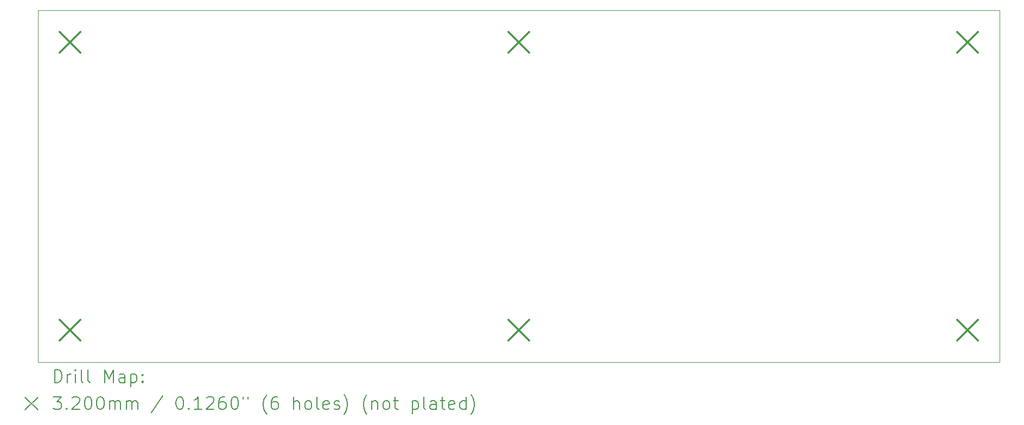
<source format=gbr>
%TF.GenerationSoftware,KiCad,Pcbnew,8.0.0*%
%TF.CreationDate,2024-04-03T18:38:57+02:00*%
%TF.ProjectId,zf-filter,7a662d66-696c-4746-9572-2e6b69636164,1.0*%
%TF.SameCoordinates,Original*%
%TF.FileFunction,Drillmap*%
%TF.FilePolarity,Positive*%
%FSLAX45Y45*%
G04 Gerber Fmt 4.5, Leading zero omitted, Abs format (unit mm)*
G04 Created by KiCad (PCBNEW 8.0.0) date 2024-04-03 18:38:57*
%MOMM*%
%LPD*%
G01*
G04 APERTURE LIST*
%ADD10C,0.050000*%
%ADD11C,0.200000*%
%ADD12C,0.320000*%
G04 APERTURE END LIST*
D10*
X7500000Y-8000000D02*
X22500000Y-8000000D01*
X22500000Y-13500000D01*
X7500000Y-13500000D01*
X7500000Y-8000000D01*
D11*
D12*
X7840000Y-8340000D02*
X8160000Y-8660000D01*
X8160000Y-8340000D02*
X7840000Y-8660000D01*
X7840000Y-12840000D02*
X8160000Y-13160000D01*
X8160000Y-12840000D02*
X7840000Y-13160000D01*
X14840000Y-8340000D02*
X15160000Y-8660000D01*
X15160000Y-8340000D02*
X14840000Y-8660000D01*
X14840000Y-12840000D02*
X15160000Y-13160000D01*
X15160000Y-12840000D02*
X14840000Y-13160000D01*
X21840000Y-8340000D02*
X22160000Y-8660000D01*
X22160000Y-8340000D02*
X21840000Y-8660000D01*
X21840000Y-12840000D02*
X22160000Y-13160000D01*
X22160000Y-12840000D02*
X21840000Y-13160000D01*
D11*
X7758277Y-13813984D02*
X7758277Y-13613984D01*
X7758277Y-13613984D02*
X7805896Y-13613984D01*
X7805896Y-13613984D02*
X7834467Y-13623508D01*
X7834467Y-13623508D02*
X7853515Y-13642555D01*
X7853515Y-13642555D02*
X7863039Y-13661603D01*
X7863039Y-13661603D02*
X7872562Y-13699698D01*
X7872562Y-13699698D02*
X7872562Y-13728269D01*
X7872562Y-13728269D02*
X7863039Y-13766365D01*
X7863039Y-13766365D02*
X7853515Y-13785412D01*
X7853515Y-13785412D02*
X7834467Y-13804460D01*
X7834467Y-13804460D02*
X7805896Y-13813984D01*
X7805896Y-13813984D02*
X7758277Y-13813984D01*
X7958277Y-13813984D02*
X7958277Y-13680650D01*
X7958277Y-13718746D02*
X7967801Y-13699698D01*
X7967801Y-13699698D02*
X7977324Y-13690174D01*
X7977324Y-13690174D02*
X7996372Y-13680650D01*
X7996372Y-13680650D02*
X8015420Y-13680650D01*
X8082086Y-13813984D02*
X8082086Y-13680650D01*
X8082086Y-13613984D02*
X8072562Y-13623508D01*
X8072562Y-13623508D02*
X8082086Y-13633031D01*
X8082086Y-13633031D02*
X8091610Y-13623508D01*
X8091610Y-13623508D02*
X8082086Y-13613984D01*
X8082086Y-13613984D02*
X8082086Y-13633031D01*
X8205896Y-13813984D02*
X8186848Y-13804460D01*
X8186848Y-13804460D02*
X8177324Y-13785412D01*
X8177324Y-13785412D02*
X8177324Y-13613984D01*
X8310658Y-13813984D02*
X8291610Y-13804460D01*
X8291610Y-13804460D02*
X8282086Y-13785412D01*
X8282086Y-13785412D02*
X8282086Y-13613984D01*
X8539229Y-13813984D02*
X8539229Y-13613984D01*
X8539229Y-13613984D02*
X8605896Y-13756841D01*
X8605896Y-13756841D02*
X8672563Y-13613984D01*
X8672563Y-13613984D02*
X8672563Y-13813984D01*
X8853515Y-13813984D02*
X8853515Y-13709222D01*
X8853515Y-13709222D02*
X8843991Y-13690174D01*
X8843991Y-13690174D02*
X8824944Y-13680650D01*
X8824944Y-13680650D02*
X8786848Y-13680650D01*
X8786848Y-13680650D02*
X8767801Y-13690174D01*
X8853515Y-13804460D02*
X8834467Y-13813984D01*
X8834467Y-13813984D02*
X8786848Y-13813984D01*
X8786848Y-13813984D02*
X8767801Y-13804460D01*
X8767801Y-13804460D02*
X8758277Y-13785412D01*
X8758277Y-13785412D02*
X8758277Y-13766365D01*
X8758277Y-13766365D02*
X8767801Y-13747317D01*
X8767801Y-13747317D02*
X8786848Y-13737793D01*
X8786848Y-13737793D02*
X8834467Y-13737793D01*
X8834467Y-13737793D02*
X8853515Y-13728269D01*
X8948753Y-13680650D02*
X8948753Y-13880650D01*
X8948753Y-13690174D02*
X8967801Y-13680650D01*
X8967801Y-13680650D02*
X9005896Y-13680650D01*
X9005896Y-13680650D02*
X9024944Y-13690174D01*
X9024944Y-13690174D02*
X9034467Y-13699698D01*
X9034467Y-13699698D02*
X9043991Y-13718746D01*
X9043991Y-13718746D02*
X9043991Y-13775888D01*
X9043991Y-13775888D02*
X9034467Y-13794936D01*
X9034467Y-13794936D02*
X9024944Y-13804460D01*
X9024944Y-13804460D02*
X9005896Y-13813984D01*
X9005896Y-13813984D02*
X8967801Y-13813984D01*
X8967801Y-13813984D02*
X8948753Y-13804460D01*
X9129705Y-13794936D02*
X9139229Y-13804460D01*
X9139229Y-13804460D02*
X9129705Y-13813984D01*
X9129705Y-13813984D02*
X9120182Y-13804460D01*
X9120182Y-13804460D02*
X9129705Y-13794936D01*
X9129705Y-13794936D02*
X9129705Y-13813984D01*
X9129705Y-13690174D02*
X9139229Y-13699698D01*
X9139229Y-13699698D02*
X9129705Y-13709222D01*
X9129705Y-13709222D02*
X9120182Y-13699698D01*
X9120182Y-13699698D02*
X9129705Y-13690174D01*
X9129705Y-13690174D02*
X9129705Y-13709222D01*
X7297500Y-14042500D02*
X7497500Y-14242500D01*
X7497500Y-14042500D02*
X7297500Y-14242500D01*
X7739229Y-14033984D02*
X7863039Y-14033984D01*
X7863039Y-14033984D02*
X7796372Y-14110174D01*
X7796372Y-14110174D02*
X7824943Y-14110174D01*
X7824943Y-14110174D02*
X7843991Y-14119698D01*
X7843991Y-14119698D02*
X7853515Y-14129222D01*
X7853515Y-14129222D02*
X7863039Y-14148269D01*
X7863039Y-14148269D02*
X7863039Y-14195888D01*
X7863039Y-14195888D02*
X7853515Y-14214936D01*
X7853515Y-14214936D02*
X7843991Y-14224460D01*
X7843991Y-14224460D02*
X7824943Y-14233984D01*
X7824943Y-14233984D02*
X7767801Y-14233984D01*
X7767801Y-14233984D02*
X7748753Y-14224460D01*
X7748753Y-14224460D02*
X7739229Y-14214936D01*
X7948753Y-14214936D02*
X7958277Y-14224460D01*
X7958277Y-14224460D02*
X7948753Y-14233984D01*
X7948753Y-14233984D02*
X7939229Y-14224460D01*
X7939229Y-14224460D02*
X7948753Y-14214936D01*
X7948753Y-14214936D02*
X7948753Y-14233984D01*
X8034467Y-14053031D02*
X8043991Y-14043508D01*
X8043991Y-14043508D02*
X8063039Y-14033984D01*
X8063039Y-14033984D02*
X8110658Y-14033984D01*
X8110658Y-14033984D02*
X8129705Y-14043508D01*
X8129705Y-14043508D02*
X8139229Y-14053031D01*
X8139229Y-14053031D02*
X8148753Y-14072079D01*
X8148753Y-14072079D02*
X8148753Y-14091127D01*
X8148753Y-14091127D02*
X8139229Y-14119698D01*
X8139229Y-14119698D02*
X8024943Y-14233984D01*
X8024943Y-14233984D02*
X8148753Y-14233984D01*
X8272562Y-14033984D02*
X8291610Y-14033984D01*
X8291610Y-14033984D02*
X8310658Y-14043508D01*
X8310658Y-14043508D02*
X8320182Y-14053031D01*
X8320182Y-14053031D02*
X8329705Y-14072079D01*
X8329705Y-14072079D02*
X8339229Y-14110174D01*
X8339229Y-14110174D02*
X8339229Y-14157793D01*
X8339229Y-14157793D02*
X8329705Y-14195888D01*
X8329705Y-14195888D02*
X8320182Y-14214936D01*
X8320182Y-14214936D02*
X8310658Y-14224460D01*
X8310658Y-14224460D02*
X8291610Y-14233984D01*
X8291610Y-14233984D02*
X8272562Y-14233984D01*
X8272562Y-14233984D02*
X8253515Y-14224460D01*
X8253515Y-14224460D02*
X8243991Y-14214936D01*
X8243991Y-14214936D02*
X8234467Y-14195888D01*
X8234467Y-14195888D02*
X8224943Y-14157793D01*
X8224943Y-14157793D02*
X8224943Y-14110174D01*
X8224943Y-14110174D02*
X8234467Y-14072079D01*
X8234467Y-14072079D02*
X8243991Y-14053031D01*
X8243991Y-14053031D02*
X8253515Y-14043508D01*
X8253515Y-14043508D02*
X8272562Y-14033984D01*
X8463039Y-14033984D02*
X8482086Y-14033984D01*
X8482086Y-14033984D02*
X8501134Y-14043508D01*
X8501134Y-14043508D02*
X8510658Y-14053031D01*
X8510658Y-14053031D02*
X8520182Y-14072079D01*
X8520182Y-14072079D02*
X8529705Y-14110174D01*
X8529705Y-14110174D02*
X8529705Y-14157793D01*
X8529705Y-14157793D02*
X8520182Y-14195888D01*
X8520182Y-14195888D02*
X8510658Y-14214936D01*
X8510658Y-14214936D02*
X8501134Y-14224460D01*
X8501134Y-14224460D02*
X8482086Y-14233984D01*
X8482086Y-14233984D02*
X8463039Y-14233984D01*
X8463039Y-14233984D02*
X8443991Y-14224460D01*
X8443991Y-14224460D02*
X8434467Y-14214936D01*
X8434467Y-14214936D02*
X8424944Y-14195888D01*
X8424944Y-14195888D02*
X8415420Y-14157793D01*
X8415420Y-14157793D02*
X8415420Y-14110174D01*
X8415420Y-14110174D02*
X8424944Y-14072079D01*
X8424944Y-14072079D02*
X8434467Y-14053031D01*
X8434467Y-14053031D02*
X8443991Y-14043508D01*
X8443991Y-14043508D02*
X8463039Y-14033984D01*
X8615420Y-14233984D02*
X8615420Y-14100650D01*
X8615420Y-14119698D02*
X8624944Y-14110174D01*
X8624944Y-14110174D02*
X8643991Y-14100650D01*
X8643991Y-14100650D02*
X8672563Y-14100650D01*
X8672563Y-14100650D02*
X8691610Y-14110174D01*
X8691610Y-14110174D02*
X8701134Y-14129222D01*
X8701134Y-14129222D02*
X8701134Y-14233984D01*
X8701134Y-14129222D02*
X8710658Y-14110174D01*
X8710658Y-14110174D02*
X8729705Y-14100650D01*
X8729705Y-14100650D02*
X8758277Y-14100650D01*
X8758277Y-14100650D02*
X8777325Y-14110174D01*
X8777325Y-14110174D02*
X8786848Y-14129222D01*
X8786848Y-14129222D02*
X8786848Y-14233984D01*
X8882086Y-14233984D02*
X8882086Y-14100650D01*
X8882086Y-14119698D02*
X8891610Y-14110174D01*
X8891610Y-14110174D02*
X8910658Y-14100650D01*
X8910658Y-14100650D02*
X8939229Y-14100650D01*
X8939229Y-14100650D02*
X8958277Y-14110174D01*
X8958277Y-14110174D02*
X8967801Y-14129222D01*
X8967801Y-14129222D02*
X8967801Y-14233984D01*
X8967801Y-14129222D02*
X8977325Y-14110174D01*
X8977325Y-14110174D02*
X8996372Y-14100650D01*
X8996372Y-14100650D02*
X9024944Y-14100650D01*
X9024944Y-14100650D02*
X9043991Y-14110174D01*
X9043991Y-14110174D02*
X9053515Y-14129222D01*
X9053515Y-14129222D02*
X9053515Y-14233984D01*
X9443991Y-14024460D02*
X9272563Y-14281603D01*
X9701134Y-14033984D02*
X9720182Y-14033984D01*
X9720182Y-14033984D02*
X9739229Y-14043508D01*
X9739229Y-14043508D02*
X9748753Y-14053031D01*
X9748753Y-14053031D02*
X9758277Y-14072079D01*
X9758277Y-14072079D02*
X9767801Y-14110174D01*
X9767801Y-14110174D02*
X9767801Y-14157793D01*
X9767801Y-14157793D02*
X9758277Y-14195888D01*
X9758277Y-14195888D02*
X9748753Y-14214936D01*
X9748753Y-14214936D02*
X9739229Y-14224460D01*
X9739229Y-14224460D02*
X9720182Y-14233984D01*
X9720182Y-14233984D02*
X9701134Y-14233984D01*
X9701134Y-14233984D02*
X9682087Y-14224460D01*
X9682087Y-14224460D02*
X9672563Y-14214936D01*
X9672563Y-14214936D02*
X9663039Y-14195888D01*
X9663039Y-14195888D02*
X9653515Y-14157793D01*
X9653515Y-14157793D02*
X9653515Y-14110174D01*
X9653515Y-14110174D02*
X9663039Y-14072079D01*
X9663039Y-14072079D02*
X9672563Y-14053031D01*
X9672563Y-14053031D02*
X9682087Y-14043508D01*
X9682087Y-14043508D02*
X9701134Y-14033984D01*
X9853515Y-14214936D02*
X9863039Y-14224460D01*
X9863039Y-14224460D02*
X9853515Y-14233984D01*
X9853515Y-14233984D02*
X9843991Y-14224460D01*
X9843991Y-14224460D02*
X9853515Y-14214936D01*
X9853515Y-14214936D02*
X9853515Y-14233984D01*
X10053515Y-14233984D02*
X9939229Y-14233984D01*
X9996372Y-14233984D02*
X9996372Y-14033984D01*
X9996372Y-14033984D02*
X9977325Y-14062555D01*
X9977325Y-14062555D02*
X9958277Y-14081603D01*
X9958277Y-14081603D02*
X9939229Y-14091127D01*
X10129706Y-14053031D02*
X10139229Y-14043508D01*
X10139229Y-14043508D02*
X10158277Y-14033984D01*
X10158277Y-14033984D02*
X10205896Y-14033984D01*
X10205896Y-14033984D02*
X10224944Y-14043508D01*
X10224944Y-14043508D02*
X10234468Y-14053031D01*
X10234468Y-14053031D02*
X10243991Y-14072079D01*
X10243991Y-14072079D02*
X10243991Y-14091127D01*
X10243991Y-14091127D02*
X10234468Y-14119698D01*
X10234468Y-14119698D02*
X10120182Y-14233984D01*
X10120182Y-14233984D02*
X10243991Y-14233984D01*
X10415420Y-14033984D02*
X10377325Y-14033984D01*
X10377325Y-14033984D02*
X10358277Y-14043508D01*
X10358277Y-14043508D02*
X10348753Y-14053031D01*
X10348753Y-14053031D02*
X10329706Y-14081603D01*
X10329706Y-14081603D02*
X10320182Y-14119698D01*
X10320182Y-14119698D02*
X10320182Y-14195888D01*
X10320182Y-14195888D02*
X10329706Y-14214936D01*
X10329706Y-14214936D02*
X10339229Y-14224460D01*
X10339229Y-14224460D02*
X10358277Y-14233984D01*
X10358277Y-14233984D02*
X10396372Y-14233984D01*
X10396372Y-14233984D02*
X10415420Y-14224460D01*
X10415420Y-14224460D02*
X10424944Y-14214936D01*
X10424944Y-14214936D02*
X10434468Y-14195888D01*
X10434468Y-14195888D02*
X10434468Y-14148269D01*
X10434468Y-14148269D02*
X10424944Y-14129222D01*
X10424944Y-14129222D02*
X10415420Y-14119698D01*
X10415420Y-14119698D02*
X10396372Y-14110174D01*
X10396372Y-14110174D02*
X10358277Y-14110174D01*
X10358277Y-14110174D02*
X10339229Y-14119698D01*
X10339229Y-14119698D02*
X10329706Y-14129222D01*
X10329706Y-14129222D02*
X10320182Y-14148269D01*
X10558277Y-14033984D02*
X10577325Y-14033984D01*
X10577325Y-14033984D02*
X10596372Y-14043508D01*
X10596372Y-14043508D02*
X10605896Y-14053031D01*
X10605896Y-14053031D02*
X10615420Y-14072079D01*
X10615420Y-14072079D02*
X10624944Y-14110174D01*
X10624944Y-14110174D02*
X10624944Y-14157793D01*
X10624944Y-14157793D02*
X10615420Y-14195888D01*
X10615420Y-14195888D02*
X10605896Y-14214936D01*
X10605896Y-14214936D02*
X10596372Y-14224460D01*
X10596372Y-14224460D02*
X10577325Y-14233984D01*
X10577325Y-14233984D02*
X10558277Y-14233984D01*
X10558277Y-14233984D02*
X10539229Y-14224460D01*
X10539229Y-14224460D02*
X10529706Y-14214936D01*
X10529706Y-14214936D02*
X10520182Y-14195888D01*
X10520182Y-14195888D02*
X10510658Y-14157793D01*
X10510658Y-14157793D02*
X10510658Y-14110174D01*
X10510658Y-14110174D02*
X10520182Y-14072079D01*
X10520182Y-14072079D02*
X10529706Y-14053031D01*
X10529706Y-14053031D02*
X10539229Y-14043508D01*
X10539229Y-14043508D02*
X10558277Y-14033984D01*
X10701134Y-14033984D02*
X10701134Y-14072079D01*
X10777325Y-14033984D02*
X10777325Y-14072079D01*
X11072563Y-14310174D02*
X11063039Y-14300650D01*
X11063039Y-14300650D02*
X11043991Y-14272079D01*
X11043991Y-14272079D02*
X11034468Y-14253031D01*
X11034468Y-14253031D02*
X11024944Y-14224460D01*
X11024944Y-14224460D02*
X11015420Y-14176841D01*
X11015420Y-14176841D02*
X11015420Y-14138746D01*
X11015420Y-14138746D02*
X11024944Y-14091127D01*
X11024944Y-14091127D02*
X11034468Y-14062555D01*
X11034468Y-14062555D02*
X11043991Y-14043508D01*
X11043991Y-14043508D02*
X11063039Y-14014936D01*
X11063039Y-14014936D02*
X11072563Y-14005412D01*
X11234468Y-14033984D02*
X11196372Y-14033984D01*
X11196372Y-14033984D02*
X11177325Y-14043508D01*
X11177325Y-14043508D02*
X11167801Y-14053031D01*
X11167801Y-14053031D02*
X11148753Y-14081603D01*
X11148753Y-14081603D02*
X11139230Y-14119698D01*
X11139230Y-14119698D02*
X11139230Y-14195888D01*
X11139230Y-14195888D02*
X11148753Y-14214936D01*
X11148753Y-14214936D02*
X11158277Y-14224460D01*
X11158277Y-14224460D02*
X11177325Y-14233984D01*
X11177325Y-14233984D02*
X11215420Y-14233984D01*
X11215420Y-14233984D02*
X11234468Y-14224460D01*
X11234468Y-14224460D02*
X11243991Y-14214936D01*
X11243991Y-14214936D02*
X11253515Y-14195888D01*
X11253515Y-14195888D02*
X11253515Y-14148269D01*
X11253515Y-14148269D02*
X11243991Y-14129222D01*
X11243991Y-14129222D02*
X11234468Y-14119698D01*
X11234468Y-14119698D02*
X11215420Y-14110174D01*
X11215420Y-14110174D02*
X11177325Y-14110174D01*
X11177325Y-14110174D02*
X11158277Y-14119698D01*
X11158277Y-14119698D02*
X11148753Y-14129222D01*
X11148753Y-14129222D02*
X11139230Y-14148269D01*
X11491610Y-14233984D02*
X11491610Y-14033984D01*
X11577325Y-14233984D02*
X11577325Y-14129222D01*
X11577325Y-14129222D02*
X11567801Y-14110174D01*
X11567801Y-14110174D02*
X11548753Y-14100650D01*
X11548753Y-14100650D02*
X11520182Y-14100650D01*
X11520182Y-14100650D02*
X11501134Y-14110174D01*
X11501134Y-14110174D02*
X11491610Y-14119698D01*
X11701134Y-14233984D02*
X11682087Y-14224460D01*
X11682087Y-14224460D02*
X11672563Y-14214936D01*
X11672563Y-14214936D02*
X11663039Y-14195888D01*
X11663039Y-14195888D02*
X11663039Y-14138746D01*
X11663039Y-14138746D02*
X11672563Y-14119698D01*
X11672563Y-14119698D02*
X11682087Y-14110174D01*
X11682087Y-14110174D02*
X11701134Y-14100650D01*
X11701134Y-14100650D02*
X11729706Y-14100650D01*
X11729706Y-14100650D02*
X11748753Y-14110174D01*
X11748753Y-14110174D02*
X11758277Y-14119698D01*
X11758277Y-14119698D02*
X11767801Y-14138746D01*
X11767801Y-14138746D02*
X11767801Y-14195888D01*
X11767801Y-14195888D02*
X11758277Y-14214936D01*
X11758277Y-14214936D02*
X11748753Y-14224460D01*
X11748753Y-14224460D02*
X11729706Y-14233984D01*
X11729706Y-14233984D02*
X11701134Y-14233984D01*
X11882087Y-14233984D02*
X11863039Y-14224460D01*
X11863039Y-14224460D02*
X11853515Y-14205412D01*
X11853515Y-14205412D02*
X11853515Y-14033984D01*
X12034468Y-14224460D02*
X12015420Y-14233984D01*
X12015420Y-14233984D02*
X11977325Y-14233984D01*
X11977325Y-14233984D02*
X11958277Y-14224460D01*
X11958277Y-14224460D02*
X11948753Y-14205412D01*
X11948753Y-14205412D02*
X11948753Y-14129222D01*
X11948753Y-14129222D02*
X11958277Y-14110174D01*
X11958277Y-14110174D02*
X11977325Y-14100650D01*
X11977325Y-14100650D02*
X12015420Y-14100650D01*
X12015420Y-14100650D02*
X12034468Y-14110174D01*
X12034468Y-14110174D02*
X12043991Y-14129222D01*
X12043991Y-14129222D02*
X12043991Y-14148269D01*
X12043991Y-14148269D02*
X11948753Y-14167317D01*
X12120182Y-14224460D02*
X12139230Y-14233984D01*
X12139230Y-14233984D02*
X12177325Y-14233984D01*
X12177325Y-14233984D02*
X12196372Y-14224460D01*
X12196372Y-14224460D02*
X12205896Y-14205412D01*
X12205896Y-14205412D02*
X12205896Y-14195888D01*
X12205896Y-14195888D02*
X12196372Y-14176841D01*
X12196372Y-14176841D02*
X12177325Y-14167317D01*
X12177325Y-14167317D02*
X12148753Y-14167317D01*
X12148753Y-14167317D02*
X12129706Y-14157793D01*
X12129706Y-14157793D02*
X12120182Y-14138746D01*
X12120182Y-14138746D02*
X12120182Y-14129222D01*
X12120182Y-14129222D02*
X12129706Y-14110174D01*
X12129706Y-14110174D02*
X12148753Y-14100650D01*
X12148753Y-14100650D02*
X12177325Y-14100650D01*
X12177325Y-14100650D02*
X12196372Y-14110174D01*
X12272563Y-14310174D02*
X12282087Y-14300650D01*
X12282087Y-14300650D02*
X12301134Y-14272079D01*
X12301134Y-14272079D02*
X12310658Y-14253031D01*
X12310658Y-14253031D02*
X12320182Y-14224460D01*
X12320182Y-14224460D02*
X12329706Y-14176841D01*
X12329706Y-14176841D02*
X12329706Y-14138746D01*
X12329706Y-14138746D02*
X12320182Y-14091127D01*
X12320182Y-14091127D02*
X12310658Y-14062555D01*
X12310658Y-14062555D02*
X12301134Y-14043508D01*
X12301134Y-14043508D02*
X12282087Y-14014936D01*
X12282087Y-14014936D02*
X12272563Y-14005412D01*
X12634468Y-14310174D02*
X12624944Y-14300650D01*
X12624944Y-14300650D02*
X12605896Y-14272079D01*
X12605896Y-14272079D02*
X12596372Y-14253031D01*
X12596372Y-14253031D02*
X12586849Y-14224460D01*
X12586849Y-14224460D02*
X12577325Y-14176841D01*
X12577325Y-14176841D02*
X12577325Y-14138746D01*
X12577325Y-14138746D02*
X12586849Y-14091127D01*
X12586849Y-14091127D02*
X12596372Y-14062555D01*
X12596372Y-14062555D02*
X12605896Y-14043508D01*
X12605896Y-14043508D02*
X12624944Y-14014936D01*
X12624944Y-14014936D02*
X12634468Y-14005412D01*
X12710658Y-14100650D02*
X12710658Y-14233984D01*
X12710658Y-14119698D02*
X12720182Y-14110174D01*
X12720182Y-14110174D02*
X12739230Y-14100650D01*
X12739230Y-14100650D02*
X12767801Y-14100650D01*
X12767801Y-14100650D02*
X12786849Y-14110174D01*
X12786849Y-14110174D02*
X12796372Y-14129222D01*
X12796372Y-14129222D02*
X12796372Y-14233984D01*
X12920182Y-14233984D02*
X12901134Y-14224460D01*
X12901134Y-14224460D02*
X12891611Y-14214936D01*
X12891611Y-14214936D02*
X12882087Y-14195888D01*
X12882087Y-14195888D02*
X12882087Y-14138746D01*
X12882087Y-14138746D02*
X12891611Y-14119698D01*
X12891611Y-14119698D02*
X12901134Y-14110174D01*
X12901134Y-14110174D02*
X12920182Y-14100650D01*
X12920182Y-14100650D02*
X12948753Y-14100650D01*
X12948753Y-14100650D02*
X12967801Y-14110174D01*
X12967801Y-14110174D02*
X12977325Y-14119698D01*
X12977325Y-14119698D02*
X12986849Y-14138746D01*
X12986849Y-14138746D02*
X12986849Y-14195888D01*
X12986849Y-14195888D02*
X12977325Y-14214936D01*
X12977325Y-14214936D02*
X12967801Y-14224460D01*
X12967801Y-14224460D02*
X12948753Y-14233984D01*
X12948753Y-14233984D02*
X12920182Y-14233984D01*
X13043992Y-14100650D02*
X13120182Y-14100650D01*
X13072563Y-14033984D02*
X13072563Y-14205412D01*
X13072563Y-14205412D02*
X13082087Y-14224460D01*
X13082087Y-14224460D02*
X13101134Y-14233984D01*
X13101134Y-14233984D02*
X13120182Y-14233984D01*
X13339230Y-14100650D02*
X13339230Y-14300650D01*
X13339230Y-14110174D02*
X13358277Y-14100650D01*
X13358277Y-14100650D02*
X13396373Y-14100650D01*
X13396373Y-14100650D02*
X13415420Y-14110174D01*
X13415420Y-14110174D02*
X13424944Y-14119698D01*
X13424944Y-14119698D02*
X13434468Y-14138746D01*
X13434468Y-14138746D02*
X13434468Y-14195888D01*
X13434468Y-14195888D02*
X13424944Y-14214936D01*
X13424944Y-14214936D02*
X13415420Y-14224460D01*
X13415420Y-14224460D02*
X13396373Y-14233984D01*
X13396373Y-14233984D02*
X13358277Y-14233984D01*
X13358277Y-14233984D02*
X13339230Y-14224460D01*
X13548753Y-14233984D02*
X13529706Y-14224460D01*
X13529706Y-14224460D02*
X13520182Y-14205412D01*
X13520182Y-14205412D02*
X13520182Y-14033984D01*
X13710658Y-14233984D02*
X13710658Y-14129222D01*
X13710658Y-14129222D02*
X13701134Y-14110174D01*
X13701134Y-14110174D02*
X13682087Y-14100650D01*
X13682087Y-14100650D02*
X13643992Y-14100650D01*
X13643992Y-14100650D02*
X13624944Y-14110174D01*
X13710658Y-14224460D02*
X13691611Y-14233984D01*
X13691611Y-14233984D02*
X13643992Y-14233984D01*
X13643992Y-14233984D02*
X13624944Y-14224460D01*
X13624944Y-14224460D02*
X13615420Y-14205412D01*
X13615420Y-14205412D02*
X13615420Y-14186365D01*
X13615420Y-14186365D02*
X13624944Y-14167317D01*
X13624944Y-14167317D02*
X13643992Y-14157793D01*
X13643992Y-14157793D02*
X13691611Y-14157793D01*
X13691611Y-14157793D02*
X13710658Y-14148269D01*
X13777325Y-14100650D02*
X13853515Y-14100650D01*
X13805896Y-14033984D02*
X13805896Y-14205412D01*
X13805896Y-14205412D02*
X13815420Y-14224460D01*
X13815420Y-14224460D02*
X13834468Y-14233984D01*
X13834468Y-14233984D02*
X13853515Y-14233984D01*
X13996373Y-14224460D02*
X13977325Y-14233984D01*
X13977325Y-14233984D02*
X13939230Y-14233984D01*
X13939230Y-14233984D02*
X13920182Y-14224460D01*
X13920182Y-14224460D02*
X13910658Y-14205412D01*
X13910658Y-14205412D02*
X13910658Y-14129222D01*
X13910658Y-14129222D02*
X13920182Y-14110174D01*
X13920182Y-14110174D02*
X13939230Y-14100650D01*
X13939230Y-14100650D02*
X13977325Y-14100650D01*
X13977325Y-14100650D02*
X13996373Y-14110174D01*
X13996373Y-14110174D02*
X14005896Y-14129222D01*
X14005896Y-14129222D02*
X14005896Y-14148269D01*
X14005896Y-14148269D02*
X13910658Y-14167317D01*
X14177325Y-14233984D02*
X14177325Y-14033984D01*
X14177325Y-14224460D02*
X14158277Y-14233984D01*
X14158277Y-14233984D02*
X14120182Y-14233984D01*
X14120182Y-14233984D02*
X14101134Y-14224460D01*
X14101134Y-14224460D02*
X14091611Y-14214936D01*
X14091611Y-14214936D02*
X14082087Y-14195888D01*
X14082087Y-14195888D02*
X14082087Y-14138746D01*
X14082087Y-14138746D02*
X14091611Y-14119698D01*
X14091611Y-14119698D02*
X14101134Y-14110174D01*
X14101134Y-14110174D02*
X14120182Y-14100650D01*
X14120182Y-14100650D02*
X14158277Y-14100650D01*
X14158277Y-14100650D02*
X14177325Y-14110174D01*
X14253515Y-14310174D02*
X14263039Y-14300650D01*
X14263039Y-14300650D02*
X14282087Y-14272079D01*
X14282087Y-14272079D02*
X14291611Y-14253031D01*
X14291611Y-14253031D02*
X14301134Y-14224460D01*
X14301134Y-14224460D02*
X14310658Y-14176841D01*
X14310658Y-14176841D02*
X14310658Y-14138746D01*
X14310658Y-14138746D02*
X14301134Y-14091127D01*
X14301134Y-14091127D02*
X14291611Y-14062555D01*
X14291611Y-14062555D02*
X14282087Y-14043508D01*
X14282087Y-14043508D02*
X14263039Y-14014936D01*
X14263039Y-14014936D02*
X14253515Y-14005412D01*
M02*

</source>
